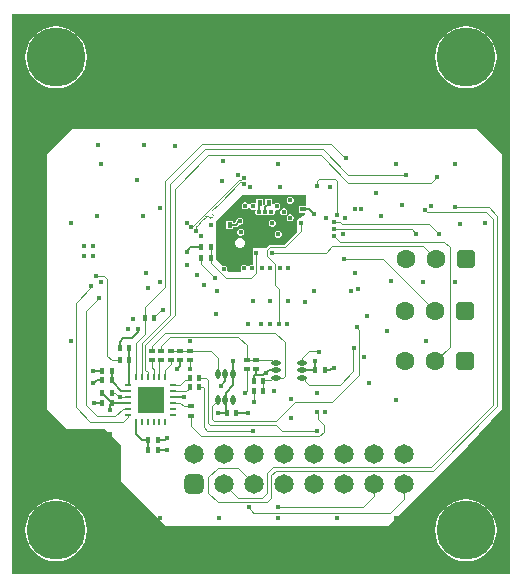
<source format=gbl>
G04*
G04 #@! TF.GenerationSoftware,Altium Limited,Altium Designer,24.2.2 (26)*
G04*
G04 Layer_Physical_Order=4*
G04 Layer_Color=16711680*
%FSLAX44Y44*%
%MOMM*%
G71*
G04*
G04 #@! TF.SameCoordinates,6EDC250C-81D3-48BC-95F6-F0A130F5604E*
G04*
G04*
G04 #@! TF.FilePolarity,Positive*
G04*
G01*
G75*
%ADD10C,0.1000*%
%ADD12C,0.2000*%
%ADD24R,0.3800X0.4800*%
%ADD25R,0.4800X0.3800*%
%ADD49C,0.1168*%
%ADD50C,0.5000*%
%ADD64C,0.1500*%
G04:AMPARAMS|DCode=65|XSize=1.6mm|YSize=1.6mm|CornerRadius=0.4mm|HoleSize=0mm|Usage=FLASHONLY|Rotation=180.000|XOffset=0mm|YOffset=0mm|HoleType=Round|Shape=RoundedRectangle|*
%AMROUNDEDRECTD65*
21,1,1.6000,0.8000,0,0,180.0*
21,1,0.8000,1.6000,0,0,180.0*
1,1,0.8000,-0.4000,0.4000*
1,1,0.8000,0.4000,0.4000*
1,1,0.8000,0.4000,-0.4000*
1,1,0.8000,-0.4000,-0.4000*
%
%ADD65ROUNDEDRECTD65*%
%ADD66C,1.6000*%
%ADD67C,1.6500*%
G04:AMPARAMS|DCode=68|XSize=1.65mm|YSize=1.65mm|CornerRadius=0.4125mm|HoleSize=0mm|Usage=FLASHONLY|Rotation=180.000|XOffset=0mm|YOffset=0mm|HoleType=Round|Shape=RoundedRectangle|*
%AMROUNDEDRECTD68*
21,1,1.6500,0.8250,0,0,180.0*
21,1,0.8250,1.6500,0,0,180.0*
1,1,0.8250,-0.4125,0.4125*
1,1,0.8250,0.4125,0.4125*
1,1,0.8250,0.4125,-0.4125*
1,1,0.8250,-0.4125,-0.4125*
%
%ADD68ROUNDEDRECTD68*%
%ADD69C,5.0000*%
%ADD70C,0.4000*%
%ADD71R,0.2500X0.6000*%
%ADD72R,0.6000X0.2500*%
%ADD73R,2.2000X2.2000*%
%ADD74O,0.8000X0.4500*%
%ADD75O,0.4500X0.8000*%
G36*
X423941Y3059D02*
X3059D01*
X3059Y477441D01*
X423941D01*
Y3059D01*
D02*
G37*
%LPC*%
G36*
X387000Y466626D02*
X381903Y466124D01*
X377002Y464637D01*
X372485Y462223D01*
X368526Y458974D01*
X365277Y455015D01*
X362863Y450498D01*
X361376Y445597D01*
X360874Y440500D01*
X361376Y435403D01*
X362863Y430502D01*
X365277Y425985D01*
X368526Y422026D01*
X372485Y418777D01*
X377002Y416363D01*
X381903Y414876D01*
X387000Y414374D01*
X392097Y414876D01*
X396998Y416363D01*
X401515Y418777D01*
X405474Y422026D01*
X408723Y425985D01*
X411137Y430502D01*
X412624Y435403D01*
X413126Y440500D01*
X412624Y445597D01*
X411137Y450498D01*
X408723Y455015D01*
X405474Y458974D01*
X401515Y462223D01*
X396998Y464637D01*
X392097Y466124D01*
X387000Y466626D01*
D02*
G37*
G36*
X40000D02*
X34903Y466124D01*
X30002Y464637D01*
X25485Y462223D01*
X21526Y458974D01*
X18277Y455015D01*
X15863Y450498D01*
X14376Y445597D01*
X13874Y440500D01*
X14376Y435403D01*
X15863Y430502D01*
X18277Y425985D01*
X21526Y422026D01*
X25485Y418777D01*
X30002Y416363D01*
X34903Y414876D01*
X40000Y414374D01*
X45097Y414876D01*
X49998Y416363D01*
X54515Y418777D01*
X58474Y422026D01*
X61723Y425985D01*
X64137Y430502D01*
X65624Y435403D01*
X66126Y440500D01*
X65624Y445597D01*
X64137Y450498D01*
X61723Y455015D01*
X58474Y458974D01*
X54515Y462223D01*
X49998Y464637D01*
X45097Y466124D01*
X40000Y466626D01*
D02*
G37*
G36*
X396000Y379500D02*
X53112D01*
X32692Y358000D01*
Y142308D01*
X49000Y126000D01*
X81000D01*
X95000Y112000D01*
Y82000D01*
X133000Y44000D01*
X321000D01*
X388399Y111399D01*
X388500D01*
X417500Y142500D01*
Y358000D01*
X396000Y379500D01*
D02*
G37*
G36*
X387000Y66126D02*
X381903Y65624D01*
X377002Y64137D01*
X372485Y61723D01*
X368526Y58474D01*
X365277Y54515D01*
X362863Y49998D01*
X361376Y45097D01*
X360874Y40000D01*
X361376Y34903D01*
X362863Y30002D01*
X365277Y25485D01*
X368526Y21526D01*
X372485Y18277D01*
X377002Y15863D01*
X381903Y14376D01*
X387000Y13874D01*
X392097Y14376D01*
X396998Y15863D01*
X401515Y18277D01*
X405474Y21526D01*
X408723Y25485D01*
X411137Y30002D01*
X412624Y34903D01*
X413126Y40000D01*
X412624Y45097D01*
X411137Y49998D01*
X408723Y54515D01*
X405474Y58474D01*
X401515Y61723D01*
X396998Y64137D01*
X392097Y65624D01*
X387000Y66126D01*
D02*
G37*
G36*
X40000D02*
X34903Y65624D01*
X30002Y64137D01*
X25485Y61723D01*
X21526Y58474D01*
X18277Y54515D01*
X15863Y49998D01*
X14376Y45097D01*
X13874Y40000D01*
X14376Y34903D01*
X15863Y30002D01*
X18277Y25485D01*
X21526Y21526D01*
X25485Y18277D01*
X30002Y15863D01*
X34903Y14376D01*
X40000Y13874D01*
X45097Y14376D01*
X49998Y15863D01*
X54515Y18277D01*
X58474Y21526D01*
X61723Y25485D01*
X64137Y30002D01*
X65624Y34903D01*
X66126Y40000D01*
X65624Y45097D01*
X64137Y49998D01*
X61723Y54515D01*
X58474Y58474D01*
X54515Y61723D01*
X49998Y64137D01*
X45097Y65624D01*
X40000Y66126D01*
D02*
G37*
%LPD*%
G36*
X252000Y314779D02*
X246041D01*
Y308979D01*
X251084D01*
X251465Y307709D01*
X244079Y302847D01*
Y292375D01*
X233328Y281624D01*
X221000D01*
X219852Y281148D01*
X217704Y279000D01*
X207160D01*
Y276903D01*
X206957Y276699D01*
X206500Y275597D01*
Y274403D01*
X206957Y273301D01*
X207160Y273097D01*
Y265702D01*
X206104Y264997D01*
X206097Y265000D01*
X204903D01*
X203801Y264543D01*
X203283Y264025D01*
X202500Y263820D01*
X201717Y264025D01*
X201199Y264543D01*
X200097Y265000D01*
X198903D01*
X197801Y264543D01*
X196957Y263699D01*
X196500Y262597D01*
Y261403D01*
X196957Y260301D01*
X196987Y260270D01*
X196461Y259000D01*
X186475D01*
X185000Y260475D01*
Y261597D01*
X184543Y262699D01*
X183699Y263543D01*
X182597Y264000D01*
X181475D01*
X175500Y269975D01*
Y295168D01*
Y302000D01*
X197839Y323748D01*
X252000D01*
Y314779D01*
D02*
G37*
%LPC*%
G36*
X238797Y322300D02*
X237603D01*
X236501Y321843D01*
X235657Y320999D01*
X235200Y319897D01*
Y318703D01*
X235657Y317601D01*
X236501Y316757D01*
X237603Y316300D01*
X238797D01*
X239899Y316757D01*
X240743Y317601D01*
X241200Y318703D01*
Y319897D01*
X240743Y320999D01*
X239899Y321843D01*
X238797Y322300D01*
D02*
G37*
G36*
X223100Y320350D02*
X217300D01*
Y316573D01*
X216352Y315792D01*
X215200Y316269D01*
Y320350D01*
X209400D01*
Y317559D01*
X208164Y316998D01*
X207062Y317455D01*
X205868D01*
X204766Y316998D01*
X204292Y316525D01*
X202943Y316652D01*
X202843Y316703D01*
X201999Y317547D01*
X200897Y318003D01*
X199703D01*
X198601Y317547D01*
X197757Y316703D01*
X197300Y315600D01*
Y314407D01*
X197757Y313304D01*
X198601Y312460D01*
X199703Y312003D01*
X200897D01*
X201999Y312460D01*
X202473Y312934D01*
X203822Y312806D01*
X203922Y312756D01*
X204766Y311912D01*
X205868Y311455D01*
X207062D01*
X207959Y311826D01*
X208595Y311422D01*
X208983Y310981D01*
X208700Y310298D01*
Y309104D01*
X209157Y308002D01*
X210001Y307158D01*
X211103Y306701D01*
X212297D01*
X213399Y307158D01*
X213520Y307278D01*
X214351Y307919D01*
X215179Y307278D01*
X215301Y307157D01*
X216403Y306700D01*
X217597D01*
X218699Y307157D01*
X218820Y307278D01*
X219650Y307918D01*
X220480Y307278D01*
X220601Y307157D01*
X221703Y306700D01*
X222897D01*
X223999Y307157D01*
X224843Y308001D01*
X225300Y309103D01*
Y310297D01*
X225142Y310677D01*
X226115Y311649D01*
X226303Y311571D01*
X227497D01*
X228599Y312028D01*
X229443Y312872D01*
X229900Y313974D01*
Y315168D01*
X229443Y316270D01*
X228599Y317114D01*
X227497Y317571D01*
X226303D01*
X225201Y317114D01*
X224370Y316283D01*
X224294Y316285D01*
X223100Y316555D01*
Y320350D01*
D02*
G37*
G36*
X233497Y312700D02*
X232303D01*
X231201Y312243D01*
X230357Y311399D01*
X229900Y310297D01*
Y309103D01*
X230357Y308001D01*
X231201Y307157D01*
X232303Y306700D01*
X233497D01*
X234599Y307157D01*
X235443Y308001D01*
X235900Y309103D01*
Y310297D01*
X235443Y311399D01*
X234599Y312243D01*
X233497Y312700D01*
D02*
G37*
G36*
X238909Y307678D02*
X237716D01*
X236613Y307222D01*
X235769Y306378D01*
X235313Y305275D01*
Y304081D01*
X235769Y302979D01*
X236613Y302135D01*
X237716Y301678D01*
X238909D01*
X240012Y302135D01*
X240856Y302979D01*
X241313Y304081D01*
Y305275D01*
X240856Y306378D01*
X240012Y307222D01*
X238909Y307678D01*
D02*
G37*
G36*
X196097Y304500D02*
X194903D01*
X193801Y304043D01*
X192957Y303199D01*
X192500Y302097D01*
Y301925D01*
X191120Y300545D01*
X189850Y300554D01*
Y301900D01*
X184050D01*
Y295100D01*
X189850D01*
Y296461D01*
X191959D01*
X192739Y296616D01*
X193401Y297058D01*
X194860Y298518D01*
X194903Y298500D01*
X196097D01*
X197199Y298957D01*
X198043Y299801D01*
X198500Y300903D01*
Y302097D01*
X198043Y303199D01*
X197199Y304043D01*
X196097Y304500D01*
D02*
G37*
G36*
X223597Y302933D02*
X222403D01*
X221301Y302477D01*
X220457Y301633D01*
X220000Y300530D01*
Y299336D01*
X220457Y298234D01*
X221301Y297390D01*
X222403Y296933D01*
X223597D01*
X224699Y297390D01*
X225543Y298234D01*
X226000Y299336D01*
Y300530D01*
X225543Y301633D01*
X224699Y302477D01*
X223597Y302933D01*
D02*
G37*
G36*
X196936Y295539D02*
X195743D01*
X194640Y295082D01*
X193797Y294239D01*
X193340Y293136D01*
Y291943D01*
X193797Y290840D01*
X194640Y289996D01*
X195743Y289539D01*
X196936D01*
X198039Y289996D01*
X198883Y290840D01*
X199340Y291943D01*
Y293136D01*
X198883Y294239D01*
X198039Y295082D01*
X196936Y295539D01*
D02*
G37*
G36*
X228597Y293500D02*
X227403D01*
X226301Y293043D01*
X225457Y292199D01*
X225000Y291097D01*
Y289903D01*
X225457Y288801D01*
X226301Y287957D01*
X227403Y287500D01*
X228597D01*
X229699Y287957D01*
X230543Y288801D01*
X231000Y289903D01*
Y291097D01*
X230543Y292199D01*
X229699Y293043D01*
X228597Y293500D01*
D02*
G37*
G36*
X196596Y287200D02*
X195004D01*
X193534Y286591D01*
X192409Y285466D01*
X191800Y283996D01*
Y282404D01*
X192409Y280934D01*
X193534Y279809D01*
X195004Y279200D01*
X196596D01*
X198066Y279809D01*
X199191Y280934D01*
X199800Y282404D01*
Y283996D01*
X199191Y285466D01*
X198066Y286591D01*
X196596Y287200D01*
D02*
G37*
%LPD*%
D10*
X247750Y299750D02*
X248000Y300000D01*
X280000Y284500D02*
X368500D01*
X275517Y288983D02*
X280000Y284500D01*
X275500Y295000D02*
X341000D01*
X345000Y291000D01*
X205488Y56310D02*
X206798Y55000D01*
X203500Y58688D02*
Y59500D01*
Y58688D02*
X205488Y56700D01*
Y56310D02*
Y56700D01*
X206798Y55000D02*
X323000D01*
X334700Y66700D01*
X227519Y59855D02*
X299711D01*
X334700Y66700D02*
Y79100D01*
X299711Y59855D02*
X309206Y69350D01*
Y79006D01*
X309300Y79100D01*
X176745Y64000D02*
X218200D01*
X222000Y67800D01*
X169000Y71745D02*
X176745Y64000D01*
X222000Y86500D02*
X226000Y90500D01*
X358914D01*
X222000Y67800D02*
Y86500D01*
X219000Y88698D02*
X223995Y93694D01*
X357194D01*
X219000Y72000D02*
Y88698D01*
X182300Y79100D02*
X193655Y67745D01*
X214745D02*
X219000Y72000D01*
X193655Y67745D02*
X214745D01*
X410000Y146500D02*
Y303500D01*
X357194Y93694D02*
X410000Y146500D01*
X413500Y145086D02*
Y306500D01*
X358914Y90500D02*
X413500Y145086D01*
X169000Y71745D02*
Y84874D01*
X207700Y79100D02*
Y79574D01*
X194274Y93000D02*
X207700Y79574D01*
X177126Y93000D02*
X194274D01*
X169000Y84874D02*
X177126Y93000D01*
X86950Y156000D02*
X90082D01*
X92970Y153112D01*
X93782D01*
X93838Y153056D01*
X261975Y134025D02*
Y138713D01*
X267000Y123500D02*
Y129000D01*
X261975Y134025D02*
X267000Y129000D01*
X260688Y140000D02*
X261975Y138713D01*
X260500Y140000D02*
X260688D01*
X148000Y145000D02*
X153050D01*
X145000Y148000D02*
X148000Y145000D01*
X139000Y148000D02*
X145000D01*
X229000Y214500D02*
Y244000D01*
X225000Y248000D02*
X229000Y244000D01*
X80500Y255500D02*
X83500Y252500D01*
X74000Y255500D02*
X80500D01*
X132000Y246000D02*
Y336000D01*
X115050Y229050D02*
X132000Y246000D01*
X115050Y220000D02*
Y229050D01*
X140500Y329000D02*
X169000Y357500D01*
X140500Y222000D02*
Y329000D01*
X115500Y197000D02*
X140500Y222000D01*
X132000Y207500D02*
X225500D01*
X233408Y199592D01*
Y170408D02*
Y199592D01*
X194000Y204000D02*
X201408Y196592D01*
X136500Y204000D02*
X194000D01*
X201408Y184333D02*
Y196592D01*
X129000Y196500D02*
X136500Y204000D01*
X121000Y196500D02*
X132000Y207500D01*
X362000Y184000D02*
X373500Y195500D01*
Y279500D01*
X165000Y127500D02*
X168000Y124500D01*
X206500D01*
X168500Y131000D02*
Y167500D01*
X160950Y169000D02*
X167000D01*
X168500Y167500D01*
X165000Y127500D02*
Y160414D01*
X160950Y161000D02*
X164414D01*
X165000Y160414D01*
X226500Y129500D02*
X231500Y124500D01*
X261000D01*
X170000Y129500D02*
X226500D01*
X168500Y131000D02*
X170000Y129500D01*
X171908Y134092D02*
X173500Y132500D01*
X226000D02*
X242500Y149000D01*
X173500Y132500D02*
X226000D01*
X171908Y134092D02*
Y145158D01*
X242500Y149000D02*
X274025D01*
X296500Y171475D01*
X215358Y158383D02*
Y166383D01*
X224322Y168883D02*
X231883D01*
X215358Y166883D02*
X222322D01*
X224322Y168883D01*
X231883D02*
X233408Y170408D01*
X117500Y169500D02*
Y174000D01*
X115500Y176000D02*
Y197000D01*
Y176000D02*
X117500Y174000D01*
X254000Y191500D02*
X262000D01*
X262500Y191000D01*
X248408Y185908D02*
X254000Y191500D01*
X248408Y181883D02*
Y185908D01*
X163000Y265500D02*
X174500Y254000D01*
X163000Y265500D02*
Y270750D01*
X207458Y158383D02*
X207500Y158341D01*
Y148500D02*
Y158341D01*
X263000Y119500D02*
X267000Y123500D01*
X163000Y119500D02*
X263000D01*
X154000Y128500D02*
X163000Y119500D01*
X154000Y128500D02*
Y137000D01*
X280000Y163000D02*
X291500Y174500D01*
X250828Y166463D02*
X254291Y163000D01*
X280000D01*
X250828Y166463D02*
Y167266D01*
X249211Y168883D02*
X250828Y167266D01*
X291500Y174500D02*
Y194000D01*
X248408Y168883D02*
X249211D01*
X296500Y171475D02*
Y209914D01*
X294500Y211914D02*
X296500Y209914D01*
X294500Y211914D02*
Y212000D01*
X291500Y194000D02*
X292000Y194500D01*
X56500Y144500D02*
Y232188D01*
Y144500D02*
X69000Y132000D01*
X97031D01*
X100867Y135836D01*
X74500Y136500D02*
X90000D01*
X65000Y146000D02*
X74500Y136500D01*
X90000D02*
X96500Y143000D01*
X101000D01*
X100867Y135836D02*
Y137867D01*
X101000Y138000D01*
X83500Y187500D02*
Y252500D01*
X87000Y184000D02*
X94050D01*
X83500Y187500D02*
X87000Y184000D01*
X153500Y176500D02*
Y183550D01*
X153000Y184050D02*
X153500Y183550D01*
X65000Y146000D02*
Y170500D01*
Y225500D02*
X76000Y236500D01*
X65000Y170525D02*
Y225500D01*
X56500Y232188D02*
X70000Y245688D01*
X169000Y357500D02*
X264000D01*
X287000Y334500D01*
X357803D01*
X362228Y338925D01*
X287575Y340925D02*
X336228D01*
X266000Y362500D02*
X287575Y340925D01*
X218500Y272000D02*
Y277500D01*
X225000Y248000D02*
Y265500D01*
X218500Y272000D02*
X225000Y265500D01*
X221000Y280000D02*
X234000D01*
X247500Y293500D01*
X218500Y277500D02*
X221000Y280000D01*
X223086Y275000D02*
X268500D01*
X274000Y280500D01*
X350400D01*
X247500Y293500D02*
Y300000D01*
X107500Y169500D02*
Y198500D01*
X115050Y206050D01*
Y220000D01*
X177000Y172000D02*
Y186000D01*
X137000Y191950D02*
X153000D01*
X171050Y191950D02*
X177000Y186000D01*
X153000Y191950D02*
X171050D01*
X129000Y191950D02*
Y196500D01*
X136500Y333000D02*
X166000Y362500D01*
X266000D01*
X136500Y222500D02*
Y333000D01*
X163500Y367500D02*
X273000D01*
X132000Y336000D02*
X163500Y367500D01*
X273000D02*
X285000Y355500D01*
Y355000D02*
Y355500D01*
Y355000D02*
X285500D01*
X112500Y198500D02*
X136500Y222500D01*
X112500Y169500D02*
Y198500D01*
X128376Y225926D02*
X129426D01*
X130000Y226500D01*
X122950Y220500D02*
X128376Y225926D01*
X122950Y220000D02*
Y220500D01*
X121000Y191950D02*
Y196500D01*
X406500Y313500D02*
X413500Y306500D01*
X378000Y313500D02*
X406500D01*
X283500Y269500D02*
X317000D01*
X356500Y230000D01*
X360500D01*
X350400Y280500D02*
X361400Y269500D01*
X368500Y284500D02*
X373500Y279500D01*
X275500Y301000D02*
X280000D01*
X282000Y299000D01*
X356000D01*
X276500Y337500D02*
X278000Y336000D01*
X262500Y337500D02*
X276500D01*
X278000Y307000D02*
Y336000D01*
X261200Y336200D02*
X262500Y337500D01*
X261200Y331700D02*
Y336200D01*
X356000Y299000D02*
X364500Y290500D01*
X209500Y257750D02*
Y275000D01*
X183750Y253500D02*
X205250D01*
X209500Y257750D01*
X170900Y266350D02*
X183750Y253500D01*
X170900Y266350D02*
Y270750D01*
Y279400D01*
X171000Y279500D01*
X352000Y311500D02*
X352086D01*
X354086Y309500D01*
X404000D01*
X410000Y303500D01*
X201408Y158195D02*
Y176433D01*
X199908Y155883D02*
Y156695D01*
X201408Y158195D01*
X171908Y145158D02*
X174713Y147963D01*
X175291D02*
X176908Y149580D01*
X174713Y147963D02*
X175291D01*
X176908Y149580D02*
Y150383D01*
X122950Y220000D02*
X122950Y220000D01*
X222633Y184333D02*
X225083Y181883D01*
X226408D01*
X209408Y184333D02*
X222633D01*
X201408Y184333D02*
X209408D01*
X93838Y153056D02*
X100944D01*
X101000Y153000D01*
X132500Y169500D02*
Y176000D01*
X137000Y180500D01*
Y184050D01*
X176908Y172383D02*
Y174747D01*
X153000Y191950D02*
X153000Y191950D01*
X151650Y159100D02*
X153050Y160500D01*
X150050Y158000D02*
X151150Y159100D01*
X153050Y160500D02*
Y161000D01*
X151150Y159100D02*
X151650D01*
X139000Y158000D02*
X150050D01*
X70000Y245688D02*
Y246500D01*
X145000Y163000D02*
X149100Y167100D01*
X139000Y163000D02*
X145000D01*
X149100Y167100D02*
X151650D01*
X153050Y168500D02*
Y169000D01*
X151650Y167100D02*
X153050Y168500D01*
X121000Y177700D02*
X122500Y176200D01*
Y169500D02*
Y176200D01*
X121000Y177700D02*
Y184050D01*
X127500Y182650D02*
X128900Y184050D01*
X127500Y169500D02*
Y182650D01*
X128900Y184050D02*
X129000D01*
D12*
X113000Y116500D02*
X118050D01*
X107500Y122000D02*
X113000Y116500D01*
X107500Y122000D02*
Y131500D01*
X117500Y107500D02*
X118050Y108050D01*
X117500Y116000D02*
X118050Y115450D01*
Y108050D02*
Y115450D01*
X194959Y301500D02*
X195500D01*
X191959Y298500D02*
X194959Y301500D01*
X186950Y298500D02*
X191959D01*
X249440Y319779D02*
X249766Y320104D01*
X101700Y163000D02*
X101950Y163250D01*
Y184000D01*
X101000Y163000D02*
X101700D01*
X101950Y184000D02*
Y194000D01*
X118050Y108000D02*
X118050Y108000D01*
D24*
X186950Y298500D02*
D03*
X179050D02*
D03*
X220200Y316950D02*
D03*
X212300D02*
D03*
X122950Y220000D02*
D03*
X115050D02*
D03*
X207458Y158383D02*
D03*
X215358D02*
D03*
X259458Y175383D02*
D03*
X267358D02*
D03*
X184458Y139383D02*
D03*
X192358D02*
D03*
X215358Y166383D02*
D03*
X207458D02*
D03*
X86950Y148000D02*
D03*
X79050D02*
D03*
X160950Y161000D02*
D03*
X153050D02*
D03*
X160950Y169000D02*
D03*
X153050D02*
D03*
X94050Y194000D02*
D03*
X101950D02*
D03*
X94050Y184000D02*
D03*
X101950D02*
D03*
X86950Y175000D02*
D03*
X79050D02*
D03*
X79050Y167000D02*
D03*
X86950D02*
D03*
X86950Y156000D02*
D03*
X79050D02*
D03*
X118050Y108000D02*
D03*
X125950D02*
D03*
X125950Y116500D02*
D03*
X118050D02*
D03*
X170900Y270750D02*
D03*
X163000D02*
D03*
X171000Y279500D02*
D03*
X163100D02*
D03*
D25*
X249440Y311879D02*
D03*
Y319779D02*
D03*
X154000Y144900D02*
D03*
Y137000D02*
D03*
X209408Y184333D02*
D03*
Y176433D02*
D03*
X201408Y176433D02*
D03*
Y184333D02*
D03*
X153000Y191950D02*
D03*
Y184050D02*
D03*
X145000Y191950D02*
D03*
Y184050D02*
D03*
X137000Y191950D02*
D03*
Y184050D02*
D03*
X129000Y191950D02*
D03*
Y184050D02*
D03*
X121000Y191950D02*
D03*
Y184050D02*
D03*
D49*
X172034Y310854D02*
G03*
X172034Y308260I1297J-1297D01*
G01*
X172988Y304712D02*
G03*
X172988Y307306I-1297J1297D01*
G01*
X170395Y304712D02*
G03*
X172988Y304712I1297J1297D01*
G01*
X169440Y305667D02*
G03*
X166847Y305667I-1297J-1297D01*
G01*
X177801Y316621D02*
X195932Y334752D01*
X198456Y338498D02*
X199156D01*
X195932Y334752D02*
X196982D01*
X195026Y336940D02*
X196898D01*
X196982Y334752D02*
X198234Y333500D01*
X196898Y336940D02*
X198456Y338498D01*
X156970Y298885D02*
X195026Y336940D01*
X198234Y333500D02*
X199000D01*
X172034Y310854D02*
X177801Y316621D01*
X172034Y308260D02*
X172988Y307306D01*
X172988Y307306D02*
X172988Y307306D01*
X170395Y304712D02*
X170395Y304712D01*
X169440Y305667D02*
X170395Y304712D01*
X169440Y305667D02*
X169440Y305667D01*
X163840Y302660D02*
X166847Y305667D01*
X159158Y297978D02*
X163840Y302660D01*
X156970Y298884D02*
Y298885D01*
X159158Y297978D02*
Y297978D01*
X154416Y296330D02*
X154416D01*
X156970Y298884D01*
X158518Y297337D02*
X159158Y297978D01*
X158518Y293409D02*
Y297337D01*
X158340Y293231D02*
X158518Y293409D01*
D50*
X76000Y108000D02*
D03*
X216500Y386500D02*
D03*
X111500Y150500D02*
D03*
X120000Y159000D02*
D03*
Y150500D02*
D03*
Y142000D02*
D03*
X128500Y150500D02*
D03*
D64*
X249440Y311879D02*
X254121D01*
X258500Y307500D01*
X131824Y116500D02*
X133323Y118000D01*
X125950Y116500D02*
X131824D01*
X133323Y118000D02*
X134000D01*
X125950Y108000D02*
X134000D01*
X125950Y108000D02*
X125950Y108000D01*
X125950Y116500D02*
X125950Y116500D01*
X152510Y278439D02*
X153571Y279500D01*
X150500Y275500D02*
Y276176D01*
X152510Y278187D02*
Y278439D01*
X153571Y279500D02*
X163100D01*
X150500Y276176D02*
X152510Y278187D01*
X142000Y176510D02*
X145000Y179510D01*
Y184050D01*
X142000Y176500D02*
Y176510D01*
X145000Y184050D02*
X145000Y184050D01*
X72176Y165000D02*
X74441Y167264D01*
X78947D01*
X71500Y165000D02*
X72176D01*
X71648Y174622D02*
X78698D01*
X109382Y207608D02*
Y210382D01*
X104274Y202500D02*
X109382Y207608D01*
Y210382D02*
X109500Y210500D01*
X183000Y150500D02*
X183633Y151133D01*
X189908Y172383D02*
Y182908D01*
X190000Y183000D01*
X189908Y162908D02*
Y172383D01*
X272206Y175383D02*
X274324Y177500D01*
X275000D01*
X267358Y175383D02*
X272206D01*
X259479Y182979D02*
X259500Y183000D01*
X259479Y175404D02*
Y182979D01*
X259458Y175383D02*
X259479Y175404D01*
X192358Y139383D02*
X202408D01*
X183633Y151133D02*
Y156633D01*
X189908Y162908D01*
X183408Y166383D02*
Y172383D01*
X179408Y162383D02*
X183408Y166383D01*
X184458Y139383D02*
X184458Y139383D01*
X177408Y139383D02*
X184458D01*
X94050Y194000D02*
Y199550D01*
Y193450D02*
Y194000D01*
Y193450D02*
X94500Y193000D01*
X97000Y202500D02*
X104274D01*
X94050Y199550D02*
X97000Y202500D01*
X211700Y309701D02*
Y314775D01*
X217126Y173279D02*
X217408D01*
X215279Y171433D02*
X217126Y173279D01*
X218084Y173383D02*
X220084Y175383D01*
X192358Y139383D02*
X192358Y139383D01*
X220200Y316450D02*
Y316950D01*
X219050Y315300D02*
X220200Y316450D01*
X218550Y315300D02*
X219050D01*
X217000Y309703D02*
Y313750D01*
X218550Y315300D01*
X211700Y314775D02*
X211727Y314802D01*
Y316154D01*
X212877Y317304D01*
X208337Y171433D02*
X209408Y172504D01*
X207458Y170554D02*
X208337Y171433D01*
X209408Y172504D02*
Y176433D01*
X207458Y166383D02*
Y170554D01*
X208337Y171433D02*
X215279D01*
X220084Y175383D02*
X226408D01*
X248408D02*
X259458D01*
X183933Y139908D02*
X184458Y139383D01*
X183933Y139908D02*
Y149858D01*
X183408Y150383D02*
X183933Y149858D01*
X80700Y154350D02*
X85400Y149650D01*
X79050Y155500D02*
X80200Y154350D01*
X79050Y155500D02*
Y156000D01*
X85400Y149650D02*
X85800D01*
X80200Y154350D02*
X80700D01*
X86950Y148000D02*
X86950Y148000D01*
X86000Y147050D02*
X86950Y148000D01*
Y148500D01*
X85800Y149650D02*
X86950Y148500D01*
X86950Y148000D02*
X101000D01*
X86000Y141500D02*
Y147050D01*
X78911Y148139D02*
X79050Y148000D01*
X72139Y148139D02*
X78911D01*
X88159Y165350D02*
X95168Y158341D01*
X100659D01*
X101000Y158000D01*
X86950Y166500D02*
X88100Y165350D01*
X88159D01*
X86950Y166500D02*
Y172250D01*
X139000Y153000D02*
X139000Y153000D01*
X148000D01*
D65*
X386800Y269500D02*
D03*
X386400Y225500D02*
D03*
Y183500D02*
D03*
D66*
X361400Y269500D02*
D03*
X336000D02*
D03*
X361000Y225500D02*
D03*
X335600D02*
D03*
X361000Y183500D02*
D03*
X335600D02*
D03*
D67*
X283900Y104500D02*
D03*
Y79100D02*
D03*
X233100Y104500D02*
D03*
Y79100D02*
D03*
X182300Y104500D02*
D03*
Y79100D02*
D03*
X156900Y104500D02*
D03*
X207700Y79100D02*
D03*
Y104500D02*
D03*
X258500Y79100D02*
D03*
Y104500D02*
D03*
X309300Y79100D02*
D03*
X334700D02*
D03*
X309300Y104500D02*
D03*
X334700D02*
D03*
D68*
X156900Y79100D02*
D03*
D69*
X387000Y440500D02*
D03*
X40000D02*
D03*
X387000Y40000D02*
D03*
X40000D02*
D03*
D70*
X238200Y309700D02*
D03*
X232900D02*
D03*
X238313Y304678D02*
D03*
X283000Y290500D02*
D03*
X268574Y304333D02*
D03*
X180500Y335543D02*
D03*
X140378Y365817D02*
D03*
X128378Y312817D02*
D03*
X181477Y353021D02*
D03*
X200300Y315003D02*
D03*
X204004Y331039D02*
D03*
X194269Y340519D02*
D03*
X203500Y59500D02*
D03*
X227519Y59855D02*
D03*
X258500Y307500D02*
D03*
X134000Y118000D02*
D03*
Y108000D02*
D03*
X226900Y314571D02*
D03*
X223000Y299933D02*
D03*
X199000Y333300D02*
D03*
X199156Y338700D02*
D03*
X116500Y258000D02*
D03*
X86000Y122000D02*
D03*
X351000Y250500D02*
D03*
X311000Y326000D02*
D03*
X251000Y233500D02*
D03*
X175500Y223000D02*
D03*
X403000Y400500D02*
D03*
X378000Y350500D02*
D03*
X403000Y300500D02*
D03*
X378000Y250500D02*
D03*
X403000Y100500D02*
D03*
X328000Y450500D02*
D03*
X353000Y400500D02*
D03*
X328000Y350500D02*
D03*
X353000Y200500D02*
D03*
X328000Y150500D02*
D03*
Y50500D02*
D03*
X278000Y450500D02*
D03*
X303000Y400500D02*
D03*
X278000Y50500D02*
D03*
X228000Y450500D02*
D03*
X253000Y400500D02*
D03*
X228000Y350500D02*
D03*
Y50500D02*
D03*
X178000Y450500D02*
D03*
X203000Y400500D02*
D03*
X178000Y50500D02*
D03*
X128000Y450500D02*
D03*
X153000Y400500D02*
D03*
X128000Y250500D02*
D03*
X153000Y200500D02*
D03*
X128000Y50500D02*
D03*
X78000Y450500D02*
D03*
X103000Y400500D02*
D03*
X78000Y350500D02*
D03*
Y250500D02*
D03*
Y50500D02*
D03*
X53000Y400500D02*
D03*
X28000Y350500D02*
D03*
X53000Y300500D02*
D03*
X28000Y250500D02*
D03*
X53000Y200500D02*
D03*
X28000Y150500D02*
D03*
X199500Y262000D02*
D03*
X230000D02*
D03*
X206465Y314455D02*
D03*
X221000Y215000D02*
D03*
X235500D02*
D03*
X229000D02*
D03*
X213841D02*
D03*
X202500D02*
D03*
X195500Y301500D02*
D03*
X196340Y292539D02*
D03*
X165500Y247500D02*
D03*
X150500Y275500D02*
D03*
X142000Y176500D02*
D03*
X71500Y165000D02*
D03*
X71648Y174622D02*
D03*
X101000Y210500D02*
D03*
X109500D02*
D03*
X74500Y306500D02*
D03*
X113855Y306376D02*
D03*
X75500Y366500D02*
D03*
X114855Y366376D02*
D03*
X108355Y336376D02*
D03*
X298558Y311880D02*
D03*
X190000Y183000D02*
D03*
X206500Y124500D02*
D03*
X238500Y151500D02*
D03*
Y135500D02*
D03*
X224500Y158000D02*
D03*
X275000Y177500D02*
D03*
X259500Y183000D02*
D03*
X262500Y191000D02*
D03*
X182000Y261000D02*
D03*
X174500Y254000D02*
D03*
X207500Y148500D02*
D03*
X202408Y139383D02*
D03*
X261000Y124500D02*
D03*
X301000Y186500D02*
D03*
X294500Y212000D02*
D03*
X159000Y256000D02*
D03*
X176000Y243000D02*
D03*
X292000Y194500D02*
D03*
X305000Y164500D02*
D03*
X261000Y156500D02*
D03*
X153500Y176500D02*
D03*
X179408Y162383D02*
D03*
X177408Y139383D02*
D03*
X105500Y219000D02*
D03*
X150500Y300000D02*
D03*
X130500Y226500D02*
D03*
X285500Y355000D02*
D03*
X324000Y251500D02*
D03*
X345000Y291000D02*
D03*
X275500Y289000D02*
D03*
Y295000D02*
D03*
Y301000D02*
D03*
X364500Y290500D02*
D03*
X283500Y269500D02*
D03*
X238200Y319300D02*
D03*
X278000Y307000D02*
D03*
X261200Y331700D02*
D03*
X229500Y331000D02*
D03*
X214500Y262000D02*
D03*
X205500D02*
D03*
X211700Y309701D02*
D03*
X209500Y275000D02*
D03*
X221000Y262000D02*
D03*
X223000Y275000D02*
D03*
X284500Y304500D02*
D03*
X247500Y300000D02*
D03*
X228000Y290500D02*
D03*
X236000Y262000D02*
D03*
X206500Y234000D02*
D03*
X221500D02*
D03*
X236500D02*
D03*
X217408Y173279D02*
D03*
X199908Y155883D02*
D03*
X171000Y298500D02*
D03*
X293000Y312000D02*
D03*
X382000Y299500D02*
D03*
X258000Y243000D02*
D03*
X293000Y258000D02*
D03*
X290000Y243000D02*
D03*
X296000Y244000D02*
D03*
X93782Y153112D02*
D03*
X261000Y140500D02*
D03*
X267921Y140469D02*
D03*
X320088Y208669D02*
D03*
X378000Y313500D02*
D03*
X352000Y311500D02*
D03*
X303000Y221500D02*
D03*
X336228Y340925D02*
D03*
X362228Y338925D02*
D03*
X86000Y141500D02*
D03*
X76000Y236500D02*
D03*
X70000Y246500D02*
D03*
X72139Y148139D02*
D03*
X74000Y255500D02*
D03*
X148000Y153000D02*
D03*
X151000Y264500D02*
D03*
X357718Y315040D02*
D03*
X332768Y315628D02*
D03*
X154320Y296430D02*
D03*
X158440Y293130D02*
D03*
X272000Y330500D02*
D03*
X71000Y272500D02*
D03*
X64000D02*
D03*
Y280500D02*
D03*
X71000D02*
D03*
X118059Y245196D02*
D03*
X315000Y306000D02*
D03*
X222300Y309700D02*
D03*
X217000D02*
D03*
X206400Y304900D02*
D03*
X162500Y289500D02*
D03*
D71*
X107500Y169500D02*
D03*
X112500D02*
D03*
X117500D02*
D03*
X122500D02*
D03*
X127500D02*
D03*
X132500D02*
D03*
Y131500D02*
D03*
X127500D02*
D03*
X122500D02*
D03*
X117500D02*
D03*
X112500D02*
D03*
X107500D02*
D03*
D72*
X139000Y163000D02*
D03*
Y158000D02*
D03*
Y153000D02*
D03*
Y148000D02*
D03*
Y143000D02*
D03*
Y138000D02*
D03*
X101000D02*
D03*
Y143000D02*
D03*
Y148000D02*
D03*
Y153000D02*
D03*
Y158000D02*
D03*
Y163000D02*
D03*
D73*
X120000Y150500D02*
D03*
D74*
X248408Y181883D02*
D03*
Y175383D02*
D03*
Y168883D02*
D03*
X226408Y181883D02*
D03*
Y175383D02*
D03*
Y168883D02*
D03*
D75*
X176908Y172383D02*
D03*
X183408D02*
D03*
X189908D02*
D03*
X176908Y150383D02*
D03*
X183408D02*
D03*
X189908D02*
D03*
M02*

</source>
